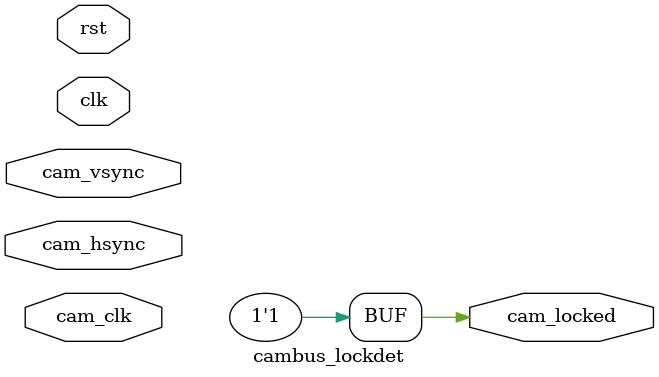
<source format=sv>
module cambus (
	// this module is responsible for retiming the camera bus
	// to the 50MHz clock, as well as generating blanking signals
	input logic clk,
	input logic rst,
	
	// the camera bus itself
	input logic cam_clk,
	input logic [11:0] cam_pixel,
	input logic cam_hsync,
	input logic cam_vsync,
	
	// output data
	output logic [11:0] vid_pixel,
	output logic vid_pixsync,
	output logic vid_hblank,
	output logic vid_vblank,
	output logic vid_visible,
	output logic vid_locked,
	
	input logic show_test_pattern
);

    // cam_ signals are synchronous to the camera clock
    // vid_ signals are synchronous to the main 50MHz clock
    // _syncN signals are used to synchronize the two

    logic cam_rst; // the reset signal retimed to the camera clock
    logic cam_rst_sync1, cam_rst_sync2, cam_rst_sync3;
    always @(posedge cam_clk) begin
        cam_rst <= cam_rst_sync3;
        cam_rst_sync3 <= cam_rst_sync2;
        cam_rst_sync2 <= cam_rst_sync1;
        cam_rst_sync1 <= rst === 1'b1 ? 1'b1 : 1'b0;
    end
    
    logic cam_locked;
    
	cambus_lockdet lockdet(
		.clk(clk),
		.rst(rst),
		
        .cam_clk(cam_clk),
		.cam_hsync(cam_hsync),
		.cam_vsync(cam_vsync),
		
		.cam_locked(cam_locked)
	);
    
    // buffer the cambus input because we have no idea
    // what the setup and hold and etc is
    // also this makes modelsim happier when simulating from VCD
    logic cam_hsync_buf, cam_vsync_buf;
    logic [11:0] cam_pixel_buf;
    always @(posedge cam_clk) begin
        cam_hsync_buf <= cam_hsync;
        cam_vsync_buf <= cam_vsync;
        cam_pixel_buf <= cam_pixel;
    end
	
    // count out pixels and lines so we can make blanking signals
    logic [8:0] pixels, lines;
    logic last_hsync, last_vsync;
    always @(posedge cam_clk) begin
        last_hsync <= cam_hsync_buf;
        // on rising edge of hsync, line has begun
        if ((last_hsync == 1'b0) && (cam_hsync_buf == 1'b1)) begin
            pixels <= 9'd0;
            lines <= lines + 9'd1;
        end else begin
            pixels <= pixels + 9'd1;
        end
        
        last_vsync <= cam_vsync_buf;
        // on rising edge of vsync, frame has begun
        if ((last_vsync == 1'b0) && (cam_vsync_buf == 1'b1)) begin
            lines <= 9'd0;
        end
        
        if (!cam_locked || cam_rst) begin
            last_hsync <= 1'b0;
            last_vsync <= 1'b0;
            pixels <= 9'd0;
            lines <= 9'd0;
        end
    end
	
	logic h_visible, v_visible;
    logic [11:0] cam_pixel_out;
	assign h_visible = (pixels < 9'd320);
	assign v_visible = (lines >= 9'd1 && lines < 9'd257);
    logic was_visible;
    always @(posedge cam_clk) begin
        was_visible <= (h_visible && v_visible);
    end
	assign cam_pixel_out = was_visible ? cam_pixel_buf : 12'b0;
    
    // use FIFO to push everything into the vid domain
    logic fifo_rdempty, fifo_rdreq;
    logic [14:0] fifo_out;
    cambus_fifo fifo(
        //     cam_hblank  cam_vblank
        .data({!h_visible, !v_visible, cam_locked, cam_pixel_out}),
        .wrclk(cam_clk),
        .wrreq(!cam_rst),
        
        .q(fifo_out),
        .rdclk(clk),
        .rdreq(fifo_rdreq),
        .rdempty(fifo_rdempty)
    );
    
    // automatically read pixels as they become ready
    assign fifo_rdreq = !fifo_rdempty;
    always @(posedge clk) begin
        // pixel is ready the cycle after fifo_rdreq is asserted
        vid_pixsync <= fifo_rdreq;
    end
    // and hook up all the vid_ side data
    assign {vid_hblank, vid_vblank, vid_locked, vid_pixel} = fifo_out;
    assign vid_visible = !vid_hblank && !vid_vblank;

endmodule

// this module detects if the camera bus is locked
module cambus_lockdet (
	input logic clk,
    input logic rst,
    
    input logic cam_clk,
	input logic cam_hsync,
	input logic cam_vsync,
	
	output logic cam_locked
);

	// for now, just claim it's locked
	assign cam_locked = 1'b1;
	
endmodule


</source>
